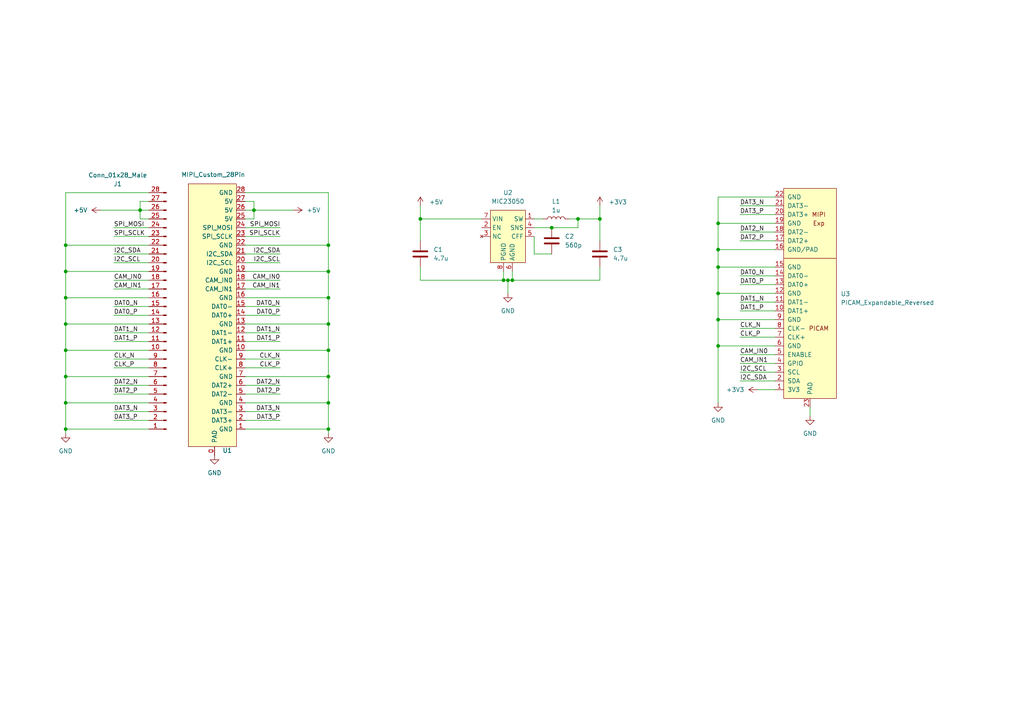
<source format=kicad_sch>
(kicad_sch (version 20210621) (generator eeschema)
  (paper "A4")
  (lib_symbols
    (symbol "Connector:Conn_01x28_Male" (pin_names (offset 1.016) hide)
      (property "Reference" "J" (at 0 35.56 0))
      (property "Value" "Conn_01x28_Male" (at 0 -38.1 0))
      (symbol "Conn_01x28_Male_1_1"
        (rectangle (start 0.8636 -35.433) (end 0 -35.687) (stroke (width 0.1524)) (fill (type outline)))
        (rectangle (start 0.8636 -32.893) (end 0 -33.147) (stroke (width 0.1524)) (fill (type outline)))
        (rectangle (start 0.8636 -30.353) (end 0 -30.607) (stroke (width 0.1524)) (fill (type outline)))
        (rectangle (start 0.8636 -27.813) (end 0 -28.067) (stroke (width 0.1524)) (fill (type outline)))
        (rectangle (start 0.8636 -25.273) (end 0 -25.527) (stroke (width 0.1524)) (fill (type outline)))
        (rectangle (start 0.8636 -22.733) (end 0 -22.987) (stroke (width 0.1524)) (fill (type outline)))
        (rectangle (start 0.8636 -20.193) (end 0 -20.447) (stroke (width 0.1524)) (fill (type outline)))
        (rectangle (start 0.8636 -17.653) (end 0 -17.907) (stroke (width 0.1524)) (fill (type outline)))
        (rectangle (start 0.8636 -15.113) (end 0 -15.367) (stroke (width 0.1524)) (fill (type outline)))
        (rectangle (start 0.8636 -12.573) (end 0 -12.827) (stroke (width 0.1524)) (fill (type outline)))
        (rectangle (start 0.8636 -10.033) (end 0 -10.287) (stroke (width 0.1524)) (fill (type outline)))
        (rectangle (start 0.8636 -7.493) (end 0 -7.747) (stroke (width 0.1524)) (fill (type outline)))
        (rectangle (start 0.8636 -4.953) (end 0 -5.207) (stroke (width 0.1524)) (fill (type outline)))
        (rectangle (start 0.8636 -2.413) (end 0 -2.667) (stroke (width 0.1524)) (fill (type outline)))
        (rectangle (start 0.8636 0.127) (end 0 -0.127) (stroke (width 0.1524)) (fill (type outline)))
        (rectangle (start 0.8636 2.667) (end 0 2.413) (stroke (width 0.1524)) (fill (type outline)))
        (rectangle (start 0.8636 5.207) (end 0 4.953) (stroke (width 0.1524)) (fill (type outline)))
        (rectangle (start 0.8636 7.747) (end 0 7.493) (stroke (width 0.1524)) (fill (type outline)))
        (rectangle (start 0.8636 10.287) (end 0 10.033) (stroke (width 0.1524)) (fill (type outline)))
        (rectangle (start 0.8636 12.827) (end 0 12.573) (stroke (width 0.1524)) (fill (type outline)))
        (rectangle (start 0.8636 15.367) (end 0 15.113) (stroke (width 0.1524)) (fill (type outline)))
        (rectangle (start 0.8636 17.907) (end 0 17.653) (stroke (width 0.1524)) (fill (type outline)))
        (rectangle (start 0.8636 20.447) (end 0 20.193) (stroke (width 0.1524)) (fill (type outline)))
        (rectangle (start 0.8636 22.987) (end 0 22.733) (stroke (width 0.1524)) (fill (type outline)))
        (rectangle (start 0.8636 25.527) (end 0 25.273) (stroke (width 0.1524)) (fill (type outline)))
        (rectangle (start 0.8636 28.067) (end 0 27.813) (stroke (width 0.1524)) (fill (type outline)))
        (rectangle (start 0.8636 30.607) (end 0 30.353) (stroke (width 0.1524)) (fill (type outline)))
        (rectangle (start 0.8636 33.147) (end 0 32.893) (stroke (width 0.1524)) (fill (type outline)))
        (polyline (pts (xy 1.27 -35.56) (xy 0.8636 -35.56)) (stroke (width 0.1524)))
        (polyline (pts (xy 1.27 -33.02) (xy 0.8636 -33.02)) (stroke (width 0.1524)))
        (polyline (pts (xy 1.27 -30.48) (xy 0.8636 -30.48)) (stroke (width 0.1524)))
        (polyline (pts (xy 1.27 -27.94) (xy 0.8636 -27.94)) (stroke (width 0.1524)))
        (polyline (pts (xy 1.27 -25.4) (xy 0.8636 -25.4)) (stroke (width 0.1524)))
        (polyline (pts (xy 1.27 -22.86) (xy 0.8636 -22.86)) (stroke (width 0.1524)))
        (polyline (pts (xy 1.27 -20.32) (xy 0.8636 -20.32)) (stroke (width 0.1524)))
        (polyline (pts (xy 1.27 -17.78) (xy 0.8636 -17.78)) (stroke (width 0.1524)))
        (polyline (pts (xy 1.27 -15.24) (xy 0.8636 -15.24)) (stroke (width 0.1524)))
        (polyline (pts (xy 1.27 -12.7) (xy 0.8636 -12.7)) (stroke (width 0.1524)))
        (polyline (pts (xy 1.27 -10.16) (xy 0.8636 -10.16)) (stroke (width 0.1524)))
        (polyline (pts (xy 1.27 -7.62) (xy 0.8636 -7.62)) (stroke (width 0.1524)))
        (polyline (pts (xy 1.27 -5.08) (xy 0.8636 -5.08)) (stroke (width 0.1524)))
        (polyline (pts (xy 1.27 -2.54) (xy 0.8636 -2.54)) (stroke (width 0.1524)))
        (polyline (pts (xy 1.27 0) (xy 0.8636 0)) (stroke (width 0.1524)))
        (polyline (pts (xy 1.27 2.54) (xy 0.8636 2.54)) (stroke (width 0.1524)))
        (polyline (pts (xy 1.27 5.08) (xy 0.8636 5.08)) (stroke (width 0.1524)))
        (polyline (pts (xy 1.27 7.62) (xy 0.8636 7.62)) (stroke (width 0.1524)))
        (polyline (pts (xy 1.27 10.16) (xy 0.8636 10.16)) (stroke (width 0.1524)))
        (polyline (pts (xy 1.27 12.7) (xy 0.8636 12.7)) (stroke (width 0.1524)))
        (polyline (pts (xy 1.27 15.24) (xy 0.8636 15.24)) (stroke (width 0.1524)))
        (polyline (pts (xy 1.27 17.78) (xy 0.8636 17.78)) (stroke (width 0.1524)))
        (polyline (pts (xy 1.27 20.32) (xy 0.8636 20.32)) (stroke (width 0.1524)))
        (polyline (pts (xy 1.27 22.86) (xy 0.8636 22.86)) (stroke (width 0.1524)))
        (polyline (pts (xy 1.27 25.4) (xy 0.8636 25.4)) (stroke (width 0.1524)))
        (polyline (pts (xy 1.27 27.94) (xy 0.8636 27.94)) (stroke (width 0.1524)))
        (polyline (pts (xy 1.27 30.48) (xy 0.8636 30.48)) (stroke (width 0.1524)))
        (polyline (pts (xy 1.27 33.02) (xy 0.8636 33.02)) (stroke (width 0.1524)))
        (pin passive line (at 5.08 33.02 180) (length 3.81) (name "Pin_1") (number "1"))
        (pin passive line (at 5.08 10.16 180) (length 3.81) (name "Pin_10") (number "10"))
        (pin passive line (at 5.08 7.62 180) (length 3.81) (name "Pin_11") (number "11"))
        (pin passive line (at 5.08 5.08 180) (length 3.81) (name "Pin_12") (number "12"))
        (pin passive line (at 5.08 2.54 180) (length 3.81) (name "Pin_13") (number "13"))
        (pin passive line (at 5.08 0 180) (length 3.81) (name "Pin_14") (number "14"))
        (pin passive line (at 5.08 -2.54 180) (length 3.81) (name "Pin_15") (number "15"))
        (pin passive line (at 5.08 -5.08 180) (length 3.81) (name "Pin_16") (number "16"))
        (pin passive line (at 5.08 -7.62 180) (length 3.81) (name "Pin_17") (number "17"))
        (pin passive line (at 5.08 -10.16 180) (length 3.81) (name "Pin_18") (number "18"))
        (pin passive line (at 5.08 -12.7 180) (length 3.81) (name "Pin_19") (number "19"))
        (pin passive line (at 5.08 30.48 180) (length 3.81) (name "Pin_2") (number "2"))
        (pin passive line (at 5.08 -15.24 180) (length 3.81) (name "Pin_20") (number "20"))
        (pin passive line (at 5.08 -17.78 180) (length 3.81) (name "Pin_21") (number "21"))
        (pin passive line (at 5.08 -20.32 180) (length 3.81) (name "Pin_22") (number "22"))
        (pin passive line (at 5.08 -22.86 180) (length 3.81) (name "Pin_23") (number "23"))
        (pin passive line (at 5.08 -25.4 180) (length 3.81) (name "Pin_24") (number "24"))
        (pin passive line (at 5.08 -27.94 180) (length 3.81) (name "Pin_25") (number "25"))
        (pin passive line (at 5.08 -30.48 180) (length 3.81) (name "Pin_26") (number "26"))
        (pin passive line (at 5.08 -33.02 180) (length 3.81) (name "Pin_27") (number "27"))
        (pin passive line (at 5.08 -35.56 180) (length 3.81) (name "Pin_28") (number "28"))
        (pin passive line (at 5.08 27.94 180) (length 3.81) (name "Pin_3") (number "3"))
        (pin passive line (at 5.08 25.4 180) (length 3.81) (name "Pin_4") (number "4"))
        (pin passive line (at 5.08 22.86 180) (length 3.81) (name "Pin_5") (number "5"))
        (pin passive line (at 5.08 20.32 180) (length 3.81) (name "Pin_6") (number "6"))
        (pin passive line (at 5.08 17.78 180) (length 3.81) (name "Pin_7") (number "7"))
        (pin passive line (at 5.08 15.24 180) (length 3.81) (name "Pin_8") (number "8"))
        (pin passive line (at 5.08 12.7 180) (length 3.81) (name "Pin_9") (number "9"))
      )
    )
    (symbol "DCDC_Converters:MIC23050"
      (property "Reference" "U" (at 5.08 -11.43 0))
      (property "Value" "MIC23050" (at 0 6.35 0))
      (symbol "MIC23050_0_1"
        (rectangle (start -5.08 5.08) (end 5.08 -10.16) (stroke (width 0.1524)) (fill (type background)))
      )
      (symbol "MIC23050_1_1"
        (pin output line (at 7.62 2.54 180) (length 2.54) (name "SW") (number "1"))
        (pin input line (at -7.62 0 0) (length 2.54) (name "EN") (number "2"))
        (pin no_connect line (at -7.62 -2.54 0) (length 2.54) (name "NC") (number "3"))
        (pin input line (at 7.62 0 180) (length 2.54) (name "SNS") (number "4"))
        (pin input line (at 7.62 -2.54 180) (length 2.54) (name "CFF") (number "5"))
        (pin power_in line (at 1.27 -12.7 90) (length 2.54) (name "AGND") (number "6"))
        (pin power_in line (at -7.62 2.54 0) (length 2.54) (name "VIN") (number "7"))
        (pin power_in line (at -1.27 -12.7 90) (length 2.54) (name "PGND") (number "8"))
      )
    )
    (symbol "Device:C" (pin_numbers hide) (pin_names (offset 0.254))
      (property "Reference" "C" (at 0.635 2.54 0))
      (property "Value" "C" (at 0.635 -2.54 0))
      (symbol "C_0_1"
        (polyline (pts (xy -2.032 -0.762) (xy 2.032 -0.762)) (stroke (width 0.508)))
        (polyline (pts (xy -2.032 0.762) (xy 2.032 0.762)) (stroke (width 0.508)))
      )
      (symbol "C_1_1"
        (pin passive line (at 0 3.81 270) (length 2.794) (name "~") (number "1"))
        (pin passive line (at 0 -3.81 90) (length 2.794) (name "~") (number "2"))
      )
    )
    (symbol "Device:L" (pin_numbers hide) (pin_names (offset 1.016) hide)
      (property "Reference" "L" (at -1.27 0 90))
      (property "Value" "L" (at 1.905 0 90))
      (symbol "L_0_1"
        (arc (start 0 -2.54) (end 0 -1.27) (radius (at 0 -1.905) (length 0.635) (angles -89.9 89.9)))
        (arc (start 0 -1.27) (end 0 0) (radius (at 0 -0.635) (length 0.635) (angles -89.9 89.9)))
        (arc (start 0 0) (end 0 1.27) (radius (at 0 0.635) (length 0.635) (angles -89.9 89.9)))
        (arc (start 0 1.27) (end 0 2.54) (radius (at 0 1.905) (length 0.635) (angles -89.9 89.9)))
      )
      (symbol "L_1_1"
        (pin passive line (at 0 3.81 270) (length 1.27) (name "1") (number "1"))
        (pin passive line (at 0 -3.81 90) (length 1.27) (name "2") (number "2"))
      )
    )
    (symbol "connectors:MIPI_Custom_28Pin" (pin_names (offset 1.016))
      (property "Reference" "U" (at 0 33.02 0))
      (property "Value" "MIPI_Custom_28Pin" (at 0 35.56 0))
      (symbol "MIPI_Custom_28Pin_0_1"
        (rectangle (start -7.62 31.75) (end 6.35 -44.45) (stroke (width 0.1524)) (fill (type background)))
      )
      (symbol "MIPI_Custom_28Pin_1_1"
        (pin passive line (at 0 -46.99 90) (length 2.54) (name "PAD") (number "0"))
        (pin power_in line (at 8.89 -39.37 180) (length 2.54) (name "GND") (number "1"))
        (pin power_in line (at 8.89 -16.51 180) (length 2.54) (name "GND") (number "10"))
        (pin output line (at 8.89 -13.97 180) (length 2.54) (name "DAT1+") (number "11"))
        (pin output line (at 8.89 -11.43 180) (length 2.54) (name "DAT1-") (number "12"))
        (pin power_in line (at 8.89 -8.89 180) (length 2.54) (name "GND") (number "13"))
        (pin output line (at 8.89 -6.35 180) (length 2.54) (name "DAT0+") (number "14"))
        (pin output line (at 8.89 -3.81 180) (length 2.54) (name "DAT0-") (number "15"))
        (pin power_in line (at 8.89 -1.27 180) (length 2.54) (name "GND") (number "16"))
        (pin input line (at 8.89 1.27 180) (length 2.54) (name "CAM_IN1") (number "17"))
        (pin input line (at 8.89 3.81 180) (length 2.54) (name "CAM_IN0") (number "18"))
        (pin power_in line (at 8.89 6.35 180) (length 2.54) (name "GND") (number "19"))
        (pin output line (at 8.89 -36.83 180) (length 2.54) (name "DAT3+") (number "2"))
        (pin bidirectional line (at 8.89 8.89 180) (length 2.54) (name "I2C_SCL") (number "20"))
        (pin bidirectional line (at 8.89 11.43 180) (length 2.54) (name "I2C_SDA") (number "21"))
        (pin power_in line (at 8.89 13.97 180) (length 2.54) (name "GND") (number "22"))
        (pin input line (at 8.89 16.51 180) (length 2.54) (name "SPI_SCLK") (number "23"))
        (pin input line (at 8.89 19.05 180) (length 2.54) (name "SPI_MOSI") (number "24"))
        (pin power_in line (at 8.89 21.59 180) (length 2.54) (name "5V") (number "25"))
        (pin power_in line (at 8.89 24.13 180) (length 2.54) (name "5V") (number "26"))
        (pin power_in line (at 8.89 26.67 180) (length 2.54) (name "5V") (number "27"))
        (pin power_in line (at 8.89 29.21 180) (length 2.54) (name "GND") (number "28"))
        (pin output line (at 8.89 -34.29 180) (length 2.54) (name "DAT3-") (number "3"))
        (pin power_in line (at 8.89 -31.75 180) (length 2.54) (name "GND") (number "4"))
        (pin output line (at 8.89 -29.21 180) (length 2.54) (name "DAT2-") (number "5"))
        (pin output line (at 8.89 -26.67 180) (length 2.54) (name "DAT2+") (number "6"))
        (pin power_in line (at 8.89 -24.13 180) (length 2.54) (name "GND") (number "7"))
        (pin output line (at 8.89 -21.59 180) (length 2.54) (name "CLK+") (number "8"))
        (pin output line (at 8.89 -19.05 180) (length 2.54) (name "CLK-") (number "9"))
      )
    )
    (symbol "osrf_connectors:PICAM_Expandable_Reversed" (pin_names (offset 1.016))
      (property "Reference" "U3" (at 8.89 3.81 0))
      (property "Value" "PICAM_Expandable_Reversed" (at 8.89 1.27 0))
      (symbol "PICAM_Expandable_Reversed_0_0"
        (text "Exp" (at 2.54 25.4 0) (effects (font (size 1.27 1.27))))
        (text "MIPI" (at 2.54 27.94 0) (effects (font (size 1.27 1.27))))
        (text "PICAM" (at 2.54 -5.08 0) (effects (font (size 1.27 1.27))))
        (polyline (pts (xy -7.62 15.24) (xy 7.62 15.24)) (stroke (width 0.1524)))
      )
      (symbol "PICAM_Expandable_Reversed_0_1"
        (rectangle (start -7.62 35.56) (end 7.62 -25.4) (stroke (width 0.1524)) (fill (type background)))
      )
      (symbol "PICAM_Expandable_Reversed_1_1"
        (pin power_in line (at -10.16 -22.86 0) (length 2.54) (name "3V3") (number "1"))
        (pin input line (at -10.16 0 0) (length 2.54) (name "DAT1+") (number "10"))
        (pin input line (at -10.16 2.54 0) (length 2.54) (name "DAT1-") (number "11"))
        (pin power_in line (at -10.16 5.08 0) (length 2.54) (name "GND") (number "12"))
        (pin input line (at -10.16 7.62 0) (length 2.54) (name "DAT0+") (number "13"))
        (pin input line (at -10.16 10.16 0) (length 2.54) (name "DAT0-") (number "14"))
        (pin power_in line (at -10.16 12.7 0) (length 2.54) (name "GND") (number "15"))
        (pin power_in line (at -10.16 17.78 0) (length 2.54) (name "GND/PAD") (number "16"))
        (pin input line (at -10.16 20.32 0) (length 2.54) (name "DAT2+") (number "17"))
        (pin input line (at -10.16 22.86 0) (length 2.54) (name "DAT2-") (number "18"))
        (pin power_in line (at -10.16 25.4 0) (length 2.54) (name "GND") (number "19"))
        (pin input line (at -10.16 -20.32 0) (length 2.54) (name "SDA") (number "2"))
        (pin input line (at -10.16 27.94 0) (length 2.54) (name "DAT3+") (number "20"))
        (pin input line (at -10.16 30.48 0) (length 2.54) (name "DAT3-") (number "21"))
        (pin power_in line (at -10.16 33.02 0) (length 2.54) (name "GND") (number "22"))
        (pin passive line (at 0 -27.94 90) (length 2.54) (name "PAD") (number "23"))
        (pin input line (at -10.16 -17.78 0) (length 2.54) (name "SCL") (number "3"))
        (pin input line (at -10.16 -15.24 0) (length 2.54) (name "GPIO") (number "4"))
        (pin input line (at -10.16 -12.7 0) (length 2.54) (name "ENABLE") (number "5"))
        (pin power_in line (at -10.16 -10.16 0) (length 2.54) (name "GND") (number "6"))
        (pin input line (at -10.16 -7.62 0) (length 2.54) (name "CLK+") (number "7"))
        (pin input line (at -10.16 -5.08 0) (length 2.54) (name "CLK-") (number "8"))
        (pin power_in line (at -10.16 -2.54 0) (length 2.54) (name "GND") (number "9"))
      )
    )
    (symbol "power:+3V3" (power) (pin_names (offset 0))
      (property "Value" "+3V3" (at 0 3.556 0))
      (symbol "+3V3_0_1"
        (polyline (pts (xy -0.762 1.27) (xy 0 2.54)))
        (polyline (pts (xy 0 0) (xy 0 2.54)))
        (polyline (pts (xy 0 2.54) (xy 0.762 1.27)))
      )
      (symbol "+3V3_1_1"
        (pin power_in line (at 0 0 90) (length 0) hide (name "+3V3") (number "1"))
      )
    )
    (symbol "power:+5V" (power) (pin_names (offset 0))
      (property "Value" "+5V" (at 0 3.556 0))
      (symbol "+5V_0_1"
        (polyline (pts (xy -0.762 1.27) (xy 0 2.54)))
        (polyline (pts (xy 0 0) (xy 0 2.54)))
        (polyline (pts (xy 0 2.54) (xy 0.762 1.27)))
      )
      (symbol "+5V_1_1"
        (pin power_in line (at 0 0 90) (length 0) hide (name "+5V") (number "1"))
      )
    )
    (symbol "power:GND" (power) (pin_names (offset 0))
      (property "Value" "GND" (at 0 -3.81 0))
      (symbol "GND_0_1"
        (polyline (pts (xy 0 0) (xy 0 -1.27) (xy 1.27 -1.27) (xy 0 -2.54) (xy -1.27 -1.27) (xy 0 -1.27)))
      )
      (symbol "GND_1_1"
        (pin power_in line (at 0 0 270) (length 0) hide (name "GND") (number "1"))
      )
    )
  )
  (junction (at 19.05 71.12) (diameter 0.9144))
  (junction (at 19.05 78.74) (diameter 0.9144))
  (junction (at 19.05 86.36) (diameter 0.9144))
  (junction (at 19.05 93.98) (diameter 0.9144))
  (junction (at 19.05 101.6) (diameter 0.9144))
  (junction (at 19.05 109.22) (diameter 0.9144))
  (junction (at 19.05 116.84) (diameter 0.9144))
  (junction (at 19.05 124.46) (diameter 0.9144))
  (junction (at 40.64 60.96) (diameter 0.9144))
  (junction (at 73.66 60.96) (diameter 0.9144))
  (junction (at 95.25 71.12) (diameter 0.9144))
  (junction (at 95.25 78.74) (diameter 0.9144))
  (junction (at 95.25 86.36) (diameter 0.9144))
  (junction (at 95.25 93.98) (diameter 0.9144))
  (junction (at 95.25 101.6) (diameter 0.9144))
  (junction (at 95.25 109.22) (diameter 0.9144))
  (junction (at 95.25 116.84) (diameter 0.9144))
  (junction (at 95.25 124.46) (diameter 0.9144))
  (junction (at 121.92 63.5) (diameter 0.9144))
  (junction (at 146.05 81.28) (diameter 0.9144))
  (junction (at 147.32 81.28) (diameter 0.9144))
  (junction (at 148.59 81.28) (diameter 0.9144))
  (junction (at 160.02 66.04) (diameter 0.9144))
  (junction (at 167.64 63.5) (diameter 0.9144))
  (junction (at 173.99 63.5) (diameter 0.9144))
  (junction (at 208.28 64.77) (diameter 0.9144))
  (junction (at 208.28 72.39) (diameter 0.9144))
  (junction (at 208.28 77.47) (diameter 0.9144))
  (junction (at 208.28 85.09) (diameter 0.9144))
  (junction (at 208.28 92.71) (diameter 0.9144))
  (junction (at 208.28 100.33) (diameter 0.9144))
  (wire (pts (xy 19.05 55.88) (xy 19.05 71.12)))
  (wire (pts (xy 19.05 71.12) (xy 19.05 78.74)))
  (wire (pts (xy 19.05 78.74) (xy 19.05 86.36)))
  (wire (pts (xy 19.05 86.36) (xy 19.05 93.98)))
  (wire (pts (xy 19.05 93.98) (xy 19.05 101.6)))
  (wire (pts (xy 19.05 101.6) (xy 19.05 109.22)))
  (wire (pts (xy 19.05 109.22) (xy 19.05 116.84)))
  (wire (pts (xy 19.05 116.84) (xy 19.05 124.46)))
  (wire (pts (xy 19.05 124.46) (xy 19.05 125.73)))
  (wire (pts (xy 29.21 60.96) (xy 40.64 60.96)))
  (wire (pts (xy 33.02 66.04) (xy 43.18 66.04)))
  (wire (pts (xy 33.02 68.58) (xy 43.18 68.58)))
  (wire (pts (xy 33.02 73.66) (xy 43.18 73.66)))
  (wire (pts (xy 33.02 76.2) (xy 43.18 76.2)))
  (wire (pts (xy 33.02 81.28) (xy 43.18 81.28)))
  (wire (pts (xy 33.02 83.82) (xy 43.18 83.82)))
  (wire (pts (xy 33.02 88.9) (xy 43.18 88.9)))
  (wire (pts (xy 33.02 91.44) (xy 43.18 91.44)))
  (wire (pts (xy 33.02 96.52) (xy 43.18 96.52)))
  (wire (pts (xy 33.02 99.06) (xy 43.18 99.06)))
  (wire (pts (xy 33.02 104.14) (xy 43.18 104.14)))
  (wire (pts (xy 33.02 106.68) (xy 43.18 106.68)))
  (wire (pts (xy 33.02 111.76) (xy 43.18 111.76)))
  (wire (pts (xy 33.02 114.3) (xy 43.18 114.3)))
  (wire (pts (xy 33.02 119.38) (xy 43.18 119.38)))
  (wire (pts (xy 33.02 121.92) (xy 43.18 121.92)))
  (wire (pts (xy 40.64 58.42) (xy 40.64 60.96)))
  (wire (pts (xy 40.64 60.96) (xy 40.64 63.5)))
  (wire (pts (xy 40.64 60.96) (xy 43.18 60.96)))
  (wire (pts (xy 40.64 63.5) (xy 43.18 63.5)))
  (wire (pts (xy 43.18 55.88) (xy 19.05 55.88)))
  (wire (pts (xy 43.18 58.42) (xy 40.64 58.42)))
  (wire (pts (xy 43.18 71.12) (xy 19.05 71.12)))
  (wire (pts (xy 43.18 78.74) (xy 19.05 78.74)))
  (wire (pts (xy 43.18 86.36) (xy 19.05 86.36)))
  (wire (pts (xy 43.18 93.98) (xy 19.05 93.98)))
  (wire (pts (xy 43.18 101.6) (xy 19.05 101.6)))
  (wire (pts (xy 43.18 109.22) (xy 19.05 109.22)))
  (wire (pts (xy 43.18 116.84) (xy 19.05 116.84)))
  (wire (pts (xy 43.18 124.46) (xy 19.05 124.46)))
  (wire (pts (xy 71.12 55.88) (xy 95.25 55.88)))
  (wire (pts (xy 71.12 58.42) (xy 73.66 58.42)))
  (wire (pts (xy 71.12 71.12) (xy 95.25 71.12)))
  (wire (pts (xy 71.12 78.74) (xy 95.25 78.74)))
  (wire (pts (xy 71.12 86.36) (xy 95.25 86.36)))
  (wire (pts (xy 71.12 93.98) (xy 95.25 93.98)))
  (wire (pts (xy 71.12 101.6) (xy 95.25 101.6)))
  (wire (pts (xy 71.12 109.22) (xy 95.25 109.22)))
  (wire (pts (xy 71.12 116.84) (xy 95.25 116.84)))
  (wire (pts (xy 71.12 124.46) (xy 95.25 124.46)))
  (wire (pts (xy 73.66 58.42) (xy 73.66 60.96)))
  (wire (pts (xy 73.66 60.96) (xy 71.12 60.96)))
  (wire (pts (xy 73.66 60.96) (xy 73.66 63.5)))
  (wire (pts (xy 73.66 63.5) (xy 71.12 63.5)))
  (wire (pts (xy 81.28 66.04) (xy 71.12 66.04)))
  (wire (pts (xy 81.28 68.58) (xy 71.12 68.58)))
  (wire (pts (xy 81.28 73.66) (xy 71.12 73.66)))
  (wire (pts (xy 81.28 76.2) (xy 71.12 76.2)))
  (wire (pts (xy 81.28 81.28) (xy 71.12 81.28)))
  (wire (pts (xy 81.28 83.82) (xy 71.12 83.82)))
  (wire (pts (xy 81.28 88.9) (xy 71.12 88.9)))
  (wire (pts (xy 81.28 91.44) (xy 71.12 91.44)))
  (wire (pts (xy 81.28 96.52) (xy 71.12 96.52)))
  (wire (pts (xy 81.28 99.06) (xy 71.12 99.06)))
  (wire (pts (xy 81.28 104.14) (xy 71.12 104.14)))
  (wire (pts (xy 81.28 106.68) (xy 71.12 106.68)))
  (wire (pts (xy 81.28 111.76) (xy 71.12 111.76)))
  (wire (pts (xy 81.28 114.3) (xy 71.12 114.3)))
  (wire (pts (xy 81.28 119.38) (xy 71.12 119.38)))
  (wire (pts (xy 81.28 121.92) (xy 71.12 121.92)))
  (wire (pts (xy 85.09 60.96) (xy 73.66 60.96)))
  (wire (pts (xy 95.25 55.88) (xy 95.25 71.12)))
  (wire (pts (xy 95.25 71.12) (xy 95.25 78.74)))
  (wire (pts (xy 95.25 78.74) (xy 95.25 86.36)))
  (wire (pts (xy 95.25 86.36) (xy 95.25 93.98)))
  (wire (pts (xy 95.25 93.98) (xy 95.25 101.6)))
  (wire (pts (xy 95.25 101.6) (xy 95.25 109.22)))
  (wire (pts (xy 95.25 109.22) (xy 95.25 116.84)))
  (wire (pts (xy 95.25 116.84) (xy 95.25 124.46)))
  (wire (pts (xy 95.25 124.46) (xy 95.25 125.73)))
  (wire (pts (xy 121.92 59.69) (xy 121.92 63.5)))
  (wire (pts (xy 121.92 63.5) (xy 121.92 69.85)))
  (wire (pts (xy 121.92 77.47) (xy 121.92 81.28)))
  (wire (pts (xy 121.92 81.28) (xy 146.05 81.28)))
  (wire (pts (xy 139.7 63.5) (xy 121.92 63.5)))
  (wire (pts (xy 146.05 81.28) (xy 146.05 78.74)))
  (wire (pts (xy 146.05 81.28) (xy 147.32 81.28)))
  (wire (pts (xy 147.32 81.28) (xy 147.32 85.09)))
  (wire (pts (xy 147.32 81.28) (xy 148.59 81.28)))
  (wire (pts (xy 148.59 81.28) (xy 148.59 78.74)))
  (wire (pts (xy 148.59 81.28) (xy 173.99 81.28)))
  (wire (pts (xy 154.94 63.5) (xy 157.48 63.5)))
  (wire (pts (xy 154.94 66.04) (xy 160.02 66.04)))
  (wire (pts (xy 154.94 68.58) (xy 154.94 73.66)))
  (wire (pts (xy 154.94 73.66) (xy 160.02 73.66)))
  (wire (pts (xy 160.02 66.04) (xy 167.64 66.04)))
  (wire (pts (xy 165.1 63.5) (xy 167.64 63.5)))
  (wire (pts (xy 167.64 63.5) (xy 167.64 66.04)))
  (wire (pts (xy 167.64 63.5) (xy 173.99 63.5)))
  (wire (pts (xy 173.99 59.69) (xy 173.99 63.5)))
  (wire (pts (xy 173.99 63.5) (xy 173.99 69.85)))
  (wire (pts (xy 173.99 77.47) (xy 173.99 81.28)))
  (wire (pts (xy 208.28 57.15) (xy 208.28 64.77)))
  (wire (pts (xy 208.28 64.77) (xy 208.28 72.39)))
  (wire (pts (xy 208.28 72.39) (xy 208.28 77.47)))
  (wire (pts (xy 208.28 77.47) (xy 208.28 85.09)))
  (wire (pts (xy 208.28 85.09) (xy 208.28 92.71)))
  (wire (pts (xy 208.28 92.71) (xy 208.28 100.33)))
  (wire (pts (xy 208.28 100.33) (xy 224.79 100.33)))
  (wire (pts (xy 208.28 116.84) (xy 208.28 100.33)))
  (wire (pts (xy 214.63 59.69) (xy 224.79 59.69)))
  (wire (pts (xy 214.63 62.23) (xy 224.79 62.23)))
  (wire (pts (xy 214.63 67.31) (xy 224.79 67.31)))
  (wire (pts (xy 214.63 69.85) (xy 224.79 69.85)))
  (wire (pts (xy 214.63 80.01) (xy 224.79 80.01)))
  (wire (pts (xy 214.63 82.55) (xy 224.79 82.55)))
  (wire (pts (xy 214.63 87.63) (xy 224.79 87.63)))
  (wire (pts (xy 214.63 90.17) (xy 224.79 90.17)))
  (wire (pts (xy 214.63 95.25) (xy 224.79 95.25)))
  (wire (pts (xy 214.63 97.79) (xy 224.79 97.79)))
  (wire (pts (xy 214.63 102.87) (xy 224.79 102.87)))
  (wire (pts (xy 214.63 105.41) (xy 224.79 105.41)))
  (wire (pts (xy 214.63 107.95) (xy 224.79 107.95)))
  (wire (pts (xy 214.63 110.49) (xy 224.79 110.49)))
  (wire (pts (xy 219.71 113.03) (xy 224.79 113.03)))
  (wire (pts (xy 224.79 57.15) (xy 208.28 57.15)))
  (wire (pts (xy 224.79 64.77) (xy 208.28 64.77)))
  (wire (pts (xy 224.79 72.39) (xy 208.28 72.39)))
  (wire (pts (xy 224.79 77.47) (xy 208.28 77.47)))
  (wire (pts (xy 224.79 85.09) (xy 208.28 85.09)))
  (wire (pts (xy 224.79 92.71) (xy 208.28 92.71)))
  (wire (pts (xy 234.95 118.11) (xy 234.95 120.65)))
  (label "SPI_MOSI" (at 33.02 66.04 0))
  (label "SPI_SCLK" (at 33.02 68.58 0))
  (label "I2C_SDA" (at 33.02 73.66 0))
  (label "I2C_SCL" (at 33.02 76.2 0))
  (label "CAM_IN0" (at 33.02 81.28 0))
  (label "CAM_IN1" (at 33.02 83.82 0))
  (label "DAT0_N" (at 33.02 88.9 0))
  (label "DAT0_P" (at 33.02 91.44 0))
  (label "DAT1_N" (at 33.02 96.52 0))
  (label "DAT1_P" (at 33.02 99.06 0))
  (label "CLK_N" (at 33.02 104.14 0))
  (label "CLK_P" (at 33.02 106.68 0))
  (label "DAT2_N" (at 33.02 111.76 0))
  (label "DAT2_P" (at 33.02 114.3 0))
  (label "DAT3_N" (at 33.02 119.38 0))
  (label "DAT3_P" (at 33.02 121.92 0))
  (label "SPI_MOSI" (at 81.28 66.04 180))
  (label "SPI_SCLK" (at 81.28 68.58 180))
  (label "I2C_SDA" (at 81.28 73.66 180))
  (label "I2C_SCL" (at 81.28 76.2 180))
  (label "CAM_IN0" (at 81.28 81.28 180))
  (label "CAM_IN1" (at 81.28 83.82 180))
  (label "DAT0_N" (at 81.28 88.9 180))
  (label "DAT0_P" (at 81.28 91.44 180))
  (label "DAT1_N" (at 81.28 96.52 180))
  (label "DAT1_P" (at 81.28 99.06 180))
  (label "CLK_N" (at 81.28 104.14 180))
  (label "CLK_P" (at 81.28 106.68 180))
  (label "DAT2_N" (at 81.28 111.76 180))
  (label "DAT2_P" (at 81.28 114.3 180))
  (label "DAT3_N" (at 81.28 119.38 180))
  (label "DAT3_P" (at 81.28 121.92 180))
  (label "DAT3_N" (at 214.63 59.69 0))
  (label "DAT3_P" (at 214.63 62.23 0))
  (label "DAT2_N" (at 214.63 67.31 0))
  (label "DAT2_P" (at 214.63 69.85 0))
  (label "DAT0_N" (at 214.63 80.01 0))
  (label "DAT0_P" (at 214.63 82.55 0))
  (label "DAT1_N" (at 214.63 87.63 0))
  (label "DAT1_P" (at 214.63 90.17 0))
  (label "CLK_N" (at 214.63 95.25 0))
  (label "CLK_P" (at 214.63 97.79 0))
  (label "CAM_IN0" (at 214.63 102.87 0))
  (label "CAM_IN1" (at 214.63 105.41 0))
  (label "I2C_SCL" (at 214.63 107.95 0))
  (label "I2C_SDA" (at 214.63 110.49 0))
  (symbol (lib_id "power:+5V") (at 29.21 60.96 90) (unit 1)
    (property "Reference" "#PWR02" (effects hide))
    (property "Value" "+5V" (at 25.4 60.9599 90) (effects (justify left)))
  )
  (symbol (lib_id "power:+5V") (at 85.09 60.96 270) (mirror x) (unit 1)
    (property "Reference" "#PWR04" (effects hide))
    (property "Value" "+5V" (at 88.9 60.9599 90) (effects (justify left)))
  )
  (symbol (lib_id "power:+5V") (at 121.92 59.69 0) (mirror y) (unit 1)
    (property "Reference" "#PWR06" (effects hide))
    (property "Value" "+5V" (at 124.46 58.6104 0) (effects (justify right)))
  )
  (symbol (lib_id "power:+3V3") (at 173.99 59.69 0) (unit 1)
    (property "Reference" "#PWR08" (effects hide))
    (property "Value" "+3V3" (at 176.53 58.6104 0) (effects (justify left)))
  )
  (symbol (lib_id "power:+3V3") (at 219.71 113.03 90) (unit 1)
    (property "Reference" "#PWR010" (effects hide))
    (property "Value" "+3V3" (at 215.9 113.0299 90) (effects (justify left)))
  )
  (symbol (lib_id "power:GND") (at 19.05 125.73 0) (unit 1)
    (property "Reference" "#PWR01" (effects hide))
    (property "Value" "GND" (at 19.05 130.81 0))
  )
  (symbol (lib_id "power:GND") (at 62.23 132.08 0) (mirror y) (unit 1)
    (property "Reference" "#PWR03" (effects hide))
    (property "Value" "GND" (at 62.23 137.16 0))
  )
  (symbol (lib_id "power:GND") (at 95.25 125.73 0) (mirror y) (unit 1)
    (property "Reference" "#PWR05" (effects hide))
    (property "Value" "GND" (at 95.25 130.81 0))
  )
  (symbol (lib_id "power:GND") (at 147.32 85.09 0) (unit 1)
    (property "Reference" "#PWR07" (effects hide))
    (property "Value" "GND" (at 147.32 90.17 0))
  )
  (symbol (lib_id "power:GND") (at 208.28 116.84 0) (mirror y) (unit 1)
    (property "Reference" "#PWR09" (effects hide))
    (property "Value" "GND" (at 208.28 121.92 0))
  )
  (symbol (lib_id "power:GND") (at 234.95 120.65 0) (mirror y) (unit 1)
    (property "Reference" "#PWR011" (effects hide))
    (property "Value" "GND" (at 234.95 125.73 0))
  )
  (symbol (lib_id "Device:L") (at 161.29 63.5 90) (unit 1)
    (property "Reference" "L1" (at 161.29 58.42 90))
    (property "Value" "1u" (at 161.29 60.96 90))
    (property "Footprint" "Inductor_SMD:L_0402_1005Metric_Pad0.77x0.64mm_HandSolder" (effects hide))
    (property "D1N" "Digikey" (effects hide))
    (property "D1PN" "587-6433-1-ND" (effects hide))
    (property "MFN" "Taiyo Yuden" (effects hide))
    (property "MPN" "MCEE1005T1R0MHN" (effects hide))
  )
  (symbol (lib_id "Device:C") (at 121.92 73.66 0) (unit 1)
    (property "Reference" "C1" (at 125.73 72.3899 0) (effects (justify left)))
    (property "Value" "4.7u" (at 125.73 74.9299 0) (effects (justify left)))
    (property "Footprint" "Capacitor_SMD:C_0603_1608Metric" (effects hide))
    (property "D1N" "Digikey" (effects hide))
    (property "D1PN" "1276-1044-1-ND" (effects hide))
    (property "MFN" "Samsung Electro-Mechanics" (effects hide))
    (property "MPN" "CL10A475KP8NNNC" (effects hide))
  )
  (symbol (lib_id "Device:C") (at 160.02 69.85 0) (unit 1)
    (property "Reference" "C2" (at 163.83 68.5799 0) (effects (justify left)))
    (property "Value" "560p" (at 163.83 71.1199 0) (effects (justify left)))
    (property "Footprint" "Capacitor_SMD:C_0603_1608Metric" (effects hide))
    (property "D1N" "Digikey" (effects hide))
    (property "D1PN" "478-06033A561FAT2ACT-ND" (effects hide))
    (property "MFN" "AVX Corporation" (effects hide))
    (property "MPN" "06033A561FAT2A" (effects hide))
  )
  (symbol (lib_id "Device:C") (at 173.99 73.66 0) (unit 1)
    (property "Reference" "C3" (at 177.8 72.3899 0) (effects (justify left)))
    (property "Value" "4.7u" (at 177.8 74.9299 0) (effects (justify left)))
    (property "Footprint" "Capacitor_SMD:C_0603_1608Metric" (effects hide))
    (property "D1N" "Digikey" (effects hide))
    (property "D1PN" "1276-1044-1-ND" (effects hide))
    (property "MFN" "Samsung Electro-Mechanics" (effects hide))
    (property "MPN" "CL10A475KP8NNNC" (effects hide))
  )
  (symbol (lib_id "DCDC_Converters:MIC23050") (at 147.32 66.04 0) (unit 1)
    (property "Reference" "U2" (at 147.32 55.88 0))
    (property "Value" "MIC23050" (at 147.32 58.42 0))
    (property "Footprint" "Package_DFN_QFN:Micrel_MLF-8-1EP_2x2mm_P0.5mm_EP0.6x1.2mm" (effects hide))
    (property "Datasheet" "https://ww1.microchip.com/downloads/en/DeviceDoc/mic23050.pdf" (effects hide))
    (property "D1N" "Digikey" (effects hide))
    (property "D1PN" "576-3351-1-ND" (effects hide))
    (property "MFN" "Hirose Electric Co Ltd" (effects hide))
    (property "MPN" "MIC23050-SYML-TR" (effects hide))
  )
  (symbol (lib_id "Connector:Conn_01x28_Male") (at 48.26 91.44 180) (unit 1)
    (property "Reference" "J1" (at 34.1376 53.34 0))
    (property "Value" "Conn_01x28_Male" (at 34.1376 50.8 0))
  )
  (symbol (lib_id "osrf_connectors:PICAM_Expandable_Reversed") (at 234.95 90.17 0) (unit 1)
    (property "Reference" "U3" (at 243.84 85.2423 0) (effects (justify left)))
    (property "Value" "PICAM_Expandable_Reversed" (at 243.84 87.7823 0) (effects (justify left)))
    (property "Footprint" "osrf_connectors:AMPHENOL_SFW15R+SFW21R" (effects hide))
    (property "D1N" "Digikey" (effects hide))
    (property "D1PN" "609-1158-1-ND" (effects hide))
    (property "MFN" "Amphenol" (effects hide))
    (property "MPN" "SFW22S-2STE1LF" (effects hide))
  )
  (symbol (lib_id "connectors:MIPI_Custom_28Pin") (at 62.23 85.09 0) (unit 1)
    (property "Reference" "U1" (at 67.31 130.6575 0) (effects (justify right)))
    (property "Value" "MIPI_Custom_28Pin" (at 71.12 50.6475 0) (effects (justify right)))
    (property "Footprint" "osrf_connectors:HIROSE_TF31-28S-0.5SH" (effects hide))
    (property "D1N" "Digikey" (effects hide))
    (property "D1PN" "26-TF31-28S-0.5SH(800)CT-ND" (effects hide))
    (property "MFN" "Hirose Electric Co Ltd" (effects hide))
    (property "MPN" "TF31-28S-0.5SH(800)" (effects hide))
  )
)
</source>
